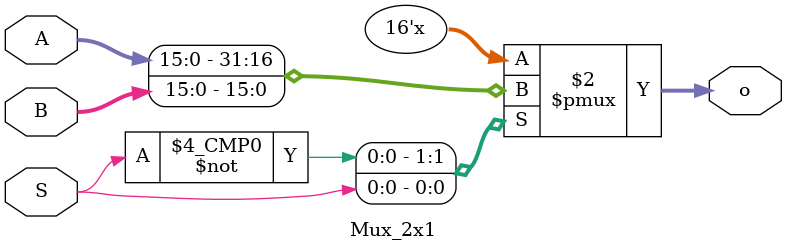
<source format=v>
`timescale 1ns / 1ps
module Mux_2x1(
    input [15:0] A,
    input [15:0] B,
    input S,
    output reg [15:0] o
    );
	 
	 always @ (A or B or S) begin
	 
		case(S)
			1'b0: o <= A;
			1'b1: o <= B;
		endcase
		
	 end

endmodule

</source>
